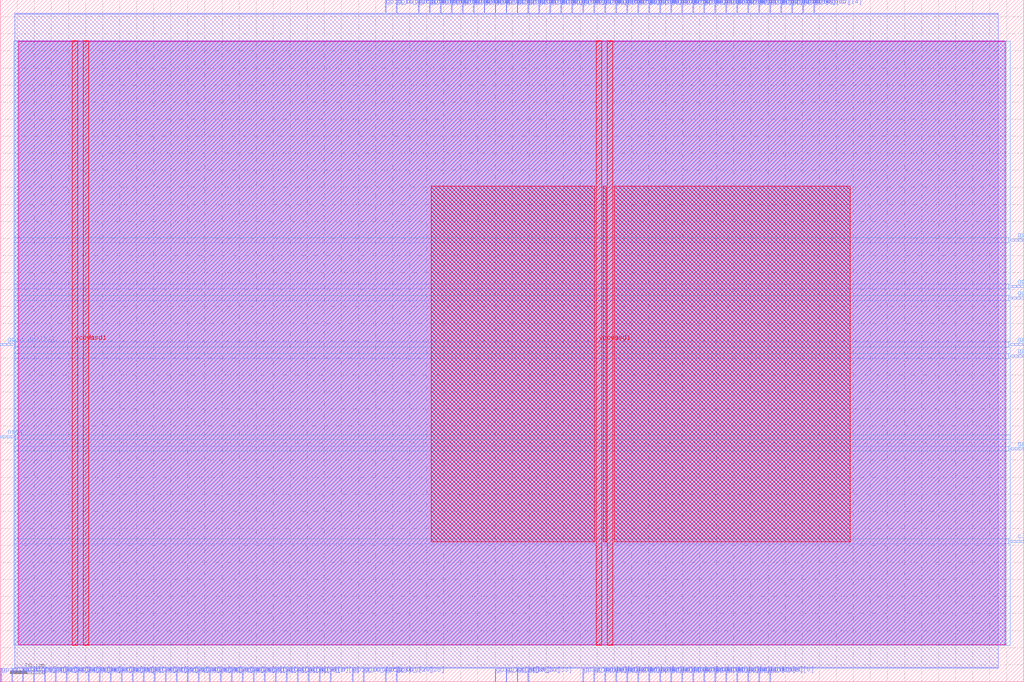
<source format=lef>
VERSION 5.7 ;
  NOWIREEXTENSIONATPIN ON ;
  DIVIDERCHAR "/" ;
  BUSBITCHARS "[]" ;
MACRO team_11
  CLASS BLOCK ;
  FOREIGN team_11 ;
  ORIGIN 0.000 0.000 ;
  SIZE 300.000 BY 200.000 ;
  PIN clk
    DIRECTION INPUT ;
    USE SIGNAL ;
    ANTENNAGATEAREA 0.852000 ;
    ANTENNADIFFAREA 0.434700 ;
    PORT
      LAYER met3 ;
        RECT 296.000 40.840 300.000 41.440 ;
    END
  END clk
  PIN en
    DIRECTION INPUT ;
    USE SIGNAL ;
    ANTENNAGATEAREA 0.196500 ;
    ANTENNADIFFAREA 0.434700 ;
    PORT
      LAYER met2 ;
        RECT 96.690 0.000 96.970 4.000 ;
    END
  END en
  PIN gpio_in[0]
    DIRECTION INPUT ;
    USE SIGNAL ;
    PORT
      LAYER met2 ;
        RECT 0.090 0.000 0.370 4.000 ;
    END
  END gpio_in[0]
  PIN gpio_in[10]
    DIRECTION INPUT ;
    USE SIGNAL ;
    PORT
      LAYER met2 ;
        RECT 3.310 0.000 3.590 4.000 ;
    END
  END gpio_in[10]
  PIN gpio_in[11]
    DIRECTION INPUT ;
    USE SIGNAL ;
    PORT
      LAYER met2 ;
        RECT 6.530 0.000 6.810 4.000 ;
    END
  END gpio_in[11]
  PIN gpio_in[12]
    DIRECTION INPUT ;
    USE SIGNAL ;
    PORT
      LAYER met2 ;
        RECT 9.750 0.000 10.030 4.000 ;
    END
  END gpio_in[12]
  PIN gpio_in[13]
    DIRECTION INPUT ;
    USE SIGNAL ;
    PORT
      LAYER met2 ;
        RECT 12.970 0.000 13.250 4.000 ;
    END
  END gpio_in[13]
  PIN gpio_in[14]
    DIRECTION INPUT ;
    USE SIGNAL ;
    PORT
      LAYER met2 ;
        RECT 16.190 0.000 16.470 4.000 ;
    END
  END gpio_in[14]
  PIN gpio_in[15]
    DIRECTION INPUT ;
    USE SIGNAL ;
    PORT
      LAYER met2 ;
        RECT 19.410 0.000 19.690 4.000 ;
    END
  END gpio_in[15]
  PIN gpio_in[16]
    DIRECTION INPUT ;
    USE SIGNAL ;
    PORT
      LAYER met2 ;
        RECT 22.630 0.000 22.910 4.000 ;
    END
  END gpio_in[16]
  PIN gpio_in[17]
    DIRECTION INPUT ;
    USE SIGNAL ;
    PORT
      LAYER met2 ;
        RECT 25.850 0.000 26.130 4.000 ;
    END
  END gpio_in[17]
  PIN gpio_in[18]
    DIRECTION INPUT ;
    USE SIGNAL ;
    PORT
      LAYER met2 ;
        RECT 29.070 0.000 29.350 4.000 ;
    END
  END gpio_in[18]
  PIN gpio_in[19]
    DIRECTION INPUT ;
    USE SIGNAL ;
    PORT
      LAYER met2 ;
        RECT 32.290 0.000 32.570 4.000 ;
    END
  END gpio_in[19]
  PIN gpio_in[1]
    DIRECTION INPUT ;
    USE SIGNAL ;
    PORT
      LAYER met2 ;
        RECT 35.510 0.000 35.790 4.000 ;
    END
  END gpio_in[1]
  PIN gpio_in[20]
    DIRECTION INPUT ;
    USE SIGNAL ;
    PORT
      LAYER met2 ;
        RECT 38.730 0.000 39.010 4.000 ;
    END
  END gpio_in[20]
  PIN gpio_in[21]
    DIRECTION INPUT ;
    USE SIGNAL ;
    PORT
      LAYER met2 ;
        RECT 41.950 0.000 42.230 4.000 ;
    END
  END gpio_in[21]
  PIN gpio_in[22]
    DIRECTION INPUT ;
    USE SIGNAL ;
    PORT
      LAYER met2 ;
        RECT 45.170 0.000 45.450 4.000 ;
    END
  END gpio_in[22]
  PIN gpio_in[23]
    DIRECTION INPUT ;
    USE SIGNAL ;
    PORT
      LAYER met2 ;
        RECT 48.390 0.000 48.670 4.000 ;
    END
  END gpio_in[23]
  PIN gpio_in[24]
    DIRECTION INPUT ;
    USE SIGNAL ;
    PORT
      LAYER met2 ;
        RECT 51.610 0.000 51.890 4.000 ;
    END
  END gpio_in[24]
  PIN gpio_in[25]
    DIRECTION INPUT ;
    USE SIGNAL ;
    PORT
      LAYER met2 ;
        RECT 54.830 0.000 55.110 4.000 ;
    END
  END gpio_in[25]
  PIN gpio_in[26]
    DIRECTION INPUT ;
    USE SIGNAL ;
    PORT
      LAYER met2 ;
        RECT 58.050 0.000 58.330 4.000 ;
    END
  END gpio_in[26]
  PIN gpio_in[27]
    DIRECTION INPUT ;
    USE SIGNAL ;
    PORT
      LAYER met2 ;
        RECT 61.270 0.000 61.550 4.000 ;
    END
  END gpio_in[27]
  PIN gpio_in[28]
    DIRECTION INPUT ;
    USE SIGNAL ;
    PORT
      LAYER met2 ;
        RECT 64.490 0.000 64.770 4.000 ;
    END
  END gpio_in[28]
  PIN gpio_in[29]
    DIRECTION INPUT ;
    USE SIGNAL ;
    PORT
      LAYER met2 ;
        RECT 67.710 0.000 67.990 4.000 ;
    END
  END gpio_in[29]
  PIN gpio_in[2]
    DIRECTION INPUT ;
    USE SIGNAL ;
    PORT
      LAYER met2 ;
        RECT 70.930 0.000 71.210 4.000 ;
    END
  END gpio_in[2]
  PIN gpio_in[30]
    DIRECTION INPUT ;
    USE SIGNAL ;
    ANTENNAGATEAREA 0.196500 ;
    ANTENNADIFFAREA 0.434700 ;
    PORT
      LAYER met2 ;
        RECT 148.210 0.000 148.490 4.000 ;
    END
  END gpio_in[30]
  PIN gpio_in[31]
    DIRECTION INPUT ;
    USE SIGNAL ;
    ANTENNAGATEAREA 0.196500 ;
    ANTENNADIFFAREA 0.434700 ;
    PORT
      LAYER met2 ;
        RECT 144.990 0.000 145.270 4.000 ;
    END
  END gpio_in[31]
  PIN gpio_in[32]
    DIRECTION INPUT ;
    USE SIGNAL ;
    ANTENNAGATEAREA 0.196500 ;
    ANTENNADIFFAREA 0.434700 ;
    PORT
      LAYER met2 ;
        RECT 151.430 0.000 151.710 4.000 ;
    END
  END gpio_in[32]
  PIN gpio_in[33]
    DIRECTION INPUT ;
    USE SIGNAL ;
    ANTENNAGATEAREA 0.196500 ;
    ANTENNADIFFAREA 0.434700 ;
    PORT
      LAYER met2 ;
        RECT 154.650 0.000 154.930 4.000 ;
    END
  END gpio_in[33]
  PIN gpio_in[3]
    DIRECTION INPUT ;
    USE SIGNAL ;
    PORT
      LAYER met2 ;
        RECT 74.150 0.000 74.430 4.000 ;
    END
  END gpio_in[3]
  PIN gpio_in[4]
    DIRECTION INPUT ;
    USE SIGNAL ;
    PORT
      LAYER met2 ;
        RECT 77.370 0.000 77.650 4.000 ;
    END
  END gpio_in[4]
  PIN gpio_in[5]
    DIRECTION INPUT ;
    USE SIGNAL ;
    PORT
      LAYER met2 ;
        RECT 80.590 0.000 80.870 4.000 ;
    END
  END gpio_in[5]
  PIN gpio_in[6]
    DIRECTION INPUT ;
    USE SIGNAL ;
    PORT
      LAYER met2 ;
        RECT 83.810 0.000 84.090 4.000 ;
    END
  END gpio_in[6]
  PIN gpio_in[7]
    DIRECTION INPUT ;
    USE SIGNAL ;
    PORT
      LAYER met2 ;
        RECT 87.030 0.000 87.310 4.000 ;
    END
  END gpio_in[7]
  PIN gpio_in[8]
    DIRECTION INPUT ;
    USE SIGNAL ;
    PORT
      LAYER met2 ;
        RECT 90.250 0.000 90.530 4.000 ;
    END
  END gpio_in[8]
  PIN gpio_in[9]
    DIRECTION INPUT ;
    USE SIGNAL ;
    PORT
      LAYER met2 ;
        RECT 93.470 0.000 93.750 4.000 ;
    END
  END gpio_in[9]
  PIN gpio_oeb[0]
    DIRECTION OUTPUT ;
    USE SIGNAL ;
    ANTENNADIFFAREA 0.445500 ;
    PORT
      LAYER met2 ;
        RECT 225.490 0.000 225.770 4.000 ;
    END
  END gpio_oeb[0]
  PIN gpio_oeb[10]
    DIRECTION OUTPUT ;
    USE SIGNAL ;
    ANTENNADIFFAREA 0.445500 ;
    PORT
      LAYER met2 ;
        RECT 219.050 0.000 219.330 4.000 ;
    END
  END gpio_oeb[10]
  PIN gpio_oeb[11]
    DIRECTION OUTPUT ;
    USE SIGNAL ;
    ANTENNADIFFAREA 0.445500 ;
    PORT
      LAYER met2 ;
        RECT 215.830 0.000 216.110 4.000 ;
    END
  END gpio_oeb[11]
  PIN gpio_oeb[12]
    DIRECTION OUTPUT ;
    USE SIGNAL ;
    ANTENNADIFFAREA 0.445500 ;
    PORT
      LAYER met2 ;
        RECT 193.290 0.000 193.570 4.000 ;
    END
  END gpio_oeb[12]
  PIN gpio_oeb[13]
    DIRECTION OUTPUT ;
    USE SIGNAL ;
    ANTENNADIFFAREA 0.445500 ;
    PORT
      LAYER met2 ;
        RECT 202.950 0.000 203.230 4.000 ;
    END
  END gpio_oeb[13]
  PIN gpio_oeb[14]
    DIRECTION OUTPUT ;
    USE SIGNAL ;
    ANTENNADIFFAREA 0.445500 ;
    PORT
      LAYER met2 ;
        RECT 238.370 196.000 238.650 200.000 ;
    END
  END gpio_oeb[14]
  PIN gpio_oeb[15]
    DIRECTION OUTPUT ;
    USE SIGNAL ;
    ANTENNADIFFAREA 0.445500 ;
    PORT
      LAYER met2 ;
        RECT 122.450 196.000 122.730 200.000 ;
    END
  END gpio_oeb[15]
  PIN gpio_oeb[16]
    DIRECTION OUTPUT ;
    USE SIGNAL ;
    ANTENNADIFFAREA 0.445500 ;
    PORT
      LAYER met2 ;
        RECT 173.970 196.000 174.250 200.000 ;
    END
  END gpio_oeb[16]
  PIN gpio_oeb[17]
    DIRECTION OUTPUT ;
    USE SIGNAL ;
    ANTENNADIFFAREA 0.445500 ;
    PORT
      LAYER met2 ;
        RECT 235.150 196.000 235.430 200.000 ;
    END
  END gpio_oeb[17]
  PIN gpio_oeb[18]
    DIRECTION OUTPUT ;
    USE SIGNAL ;
    ANTENNADIFFAREA 0.445500 ;
    PORT
      LAYER met2 ;
        RECT 161.090 196.000 161.370 200.000 ;
    END
  END gpio_oeb[18]
  PIN gpio_oeb[19]
    DIRECTION OUTPUT ;
    USE SIGNAL ;
    ANTENNADIFFAREA 0.445500 ;
    PORT
      LAYER met2 ;
        RECT 202.950 196.000 203.230 200.000 ;
    END
  END gpio_oeb[19]
  PIN gpio_oeb[1]
    DIRECTION OUTPUT ;
    USE SIGNAL ;
    ANTENNADIFFAREA 0.445500 ;
    PORT
      LAYER met2 ;
        RECT 206.170 0.000 206.450 4.000 ;
    END
  END gpio_oeb[1]
  PIN gpio_oeb[20]
    DIRECTION OUTPUT ;
    USE SIGNAL ;
    ANTENNADIFFAREA 0.445500 ;
    PORT
      LAYER met2 ;
        RECT 183.630 196.000 183.910 200.000 ;
    END
  END gpio_oeb[20]
  PIN gpio_oeb[21]
    DIRECTION OUTPUT ;
    USE SIGNAL ;
    ANTENNADIFFAREA 0.445500 ;
    PORT
      LAYER met2 ;
        RECT 144.990 196.000 145.270 200.000 ;
    END
  END gpio_oeb[21]
  PIN gpio_oeb[22]
    DIRECTION OUTPUT ;
    USE SIGNAL ;
    ANTENNADIFFAREA 0.445500 ;
    PORT
      LAYER met2 ;
        RECT 138.550 196.000 138.830 200.000 ;
    END
  END gpio_oeb[22]
  PIN gpio_oeb[23]
    DIRECTION OUTPUT ;
    USE SIGNAL ;
    ANTENNADIFFAREA 0.445500 ;
    PORT
      LAYER met2 ;
        RECT 125.670 196.000 125.950 200.000 ;
    END
  END gpio_oeb[23]
  PIN gpio_oeb[24]
    DIRECTION OUTPUT ;
    USE SIGNAL ;
    ANTENNADIFFAREA 0.445500 ;
    PORT
      LAYER met2 ;
        RECT 206.170 196.000 206.450 200.000 ;
    END
  END gpio_oeb[24]
  PIN gpio_oeb[25]
    DIRECTION OUTPUT ;
    USE SIGNAL ;
    ANTENNADIFFAREA 0.445500 ;
    PORT
      LAYER met2 ;
        RECT 193.290 196.000 193.570 200.000 ;
    END
  END gpio_oeb[25]
  PIN gpio_oeb[26]
    DIRECTION OUTPUT ;
    USE SIGNAL ;
    ANTENNADIFFAREA 0.445500 ;
    PORT
      LAYER met2 ;
        RECT 177.190 196.000 177.470 200.000 ;
    END
  END gpio_oeb[26]
  PIN gpio_oeb[27]
    DIRECTION OUTPUT ;
    USE SIGNAL ;
    ANTENNADIFFAREA 0.445500 ;
    PORT
      LAYER met2 ;
        RECT 190.070 196.000 190.350 200.000 ;
    END
  END gpio_oeb[27]
  PIN gpio_oeb[28]
    DIRECTION OUTPUT ;
    USE SIGNAL ;
    ANTENNADIFFAREA 0.445500 ;
    PORT
      LAYER met2 ;
        RECT 209.390 196.000 209.670 200.000 ;
    END
  END gpio_oeb[28]
  PIN gpio_oeb[29]
    DIRECTION OUTPUT ;
    USE SIGNAL ;
    ANTENNADIFFAREA 0.445500 ;
    PORT
      LAYER met2 ;
        RECT 135.330 196.000 135.610 200.000 ;
    END
  END gpio_oeb[29]
  PIN gpio_oeb[2]
    DIRECTION OUTPUT ;
    USE SIGNAL ;
    ANTENNADIFFAREA 0.445500 ;
    PORT
      LAYER met2 ;
        RECT 186.850 0.000 187.130 4.000 ;
    END
  END gpio_oeb[2]
  PIN gpio_oeb[30]
    DIRECTION OUTPUT ;
    USE SIGNAL ;
    ANTENNADIFFAREA 0.445500 ;
    PORT
      LAYER met2 ;
        RECT 183.630 0.000 183.910 4.000 ;
    END
  END gpio_oeb[30]
  PIN gpio_oeb[31]
    DIRECTION OUTPUT ;
    USE SIGNAL ;
    ANTENNADIFFAREA 0.445500 ;
    PORT
      LAYER met2 ;
        RECT 196.510 0.000 196.790 4.000 ;
    END
  END gpio_oeb[31]
  PIN gpio_oeb[32]
    DIRECTION OUTPUT ;
    USE SIGNAL ;
    ANTENNADIFFAREA 0.445500 ;
    PORT
      LAYER met2 ;
        RECT 199.730 0.000 200.010 4.000 ;
    END
  END gpio_oeb[32]
  PIN gpio_oeb[33]
    DIRECTION OUTPUT ;
    USE SIGNAL ;
    ANTENNADIFFAREA 0.445500 ;
    PORT
      LAYER met2 ;
        RECT 177.190 0.000 177.470 4.000 ;
    END
  END gpio_oeb[33]
  PIN gpio_oeb[3]
    DIRECTION OUTPUT ;
    USE SIGNAL ;
    ANTENNADIFFAREA 0.445500 ;
    PORT
      LAYER met2 ;
        RECT 209.390 0.000 209.670 4.000 ;
    END
  END gpio_oeb[3]
  PIN gpio_oeb[4]
    DIRECTION OUTPUT ;
    USE SIGNAL ;
    ANTENNADIFFAREA 0.445500 ;
    PORT
      LAYER met2 ;
        RECT 212.610 0.000 212.890 4.000 ;
    END
  END gpio_oeb[4]
  PIN gpio_oeb[5]
    DIRECTION OUTPUT ;
    USE SIGNAL ;
    ANTENNADIFFAREA 0.445500 ;
    PORT
      LAYER met2 ;
        RECT 222.270 0.000 222.550 4.000 ;
    END
  END gpio_oeb[5]
  PIN gpio_oeb[6]
    DIRECTION OUTPUT ;
    USE SIGNAL ;
    ANTENNADIFFAREA 0.445500 ;
    PORT
      LAYER met2 ;
        RECT 190.070 0.000 190.350 4.000 ;
    END
  END gpio_oeb[6]
  PIN gpio_oeb[7]
    DIRECTION OUTPUT ;
    USE SIGNAL ;
    ANTENNADIFFAREA 0.445500 ;
    PORT
      LAYER met2 ;
        RECT 180.410 0.000 180.690 4.000 ;
    END
  END gpio_oeb[7]
  PIN gpio_oeb[8]
    DIRECTION OUTPUT ;
    USE SIGNAL ;
    ANTENNADIFFAREA 0.445500 ;
    PORT
      LAYER met2 ;
        RECT 173.970 0.000 174.250 4.000 ;
    END
  END gpio_oeb[8]
  PIN gpio_oeb[9]
    DIRECTION OUTPUT ;
    USE SIGNAL ;
    ANTENNADIFFAREA 0.445500 ;
    PORT
      LAYER met2 ;
        RECT 170.750 0.000 171.030 4.000 ;
    END
  END gpio_oeb[9]
  PIN gpio_out[0]
    DIRECTION OUTPUT ;
    USE SIGNAL ;
    ANTENNADIFFAREA 0.445500 ;
    PORT
      LAYER met2 ;
        RECT 212.610 196.000 212.890 200.000 ;
    END
  END gpio_out[0]
  PIN gpio_out[10]
    DIRECTION OUTPUT ;
    USE SIGNAL ;
    ANTENNADIFFAREA 0.445500 ;
    PORT
      LAYER met2 ;
        RECT 215.830 196.000 216.110 200.000 ;
    END
  END gpio_out[10]
  PIN gpio_out[11]
    DIRECTION OUTPUT ;
    USE SIGNAL ;
    ANTENNADIFFAREA 0.445500 ;
    PORT
      LAYER met2 ;
        RECT 167.530 196.000 167.810 200.000 ;
    END
  END gpio_out[11]
  PIN gpio_out[12]
    DIRECTION OUTPUT ;
    USE SIGNAL ;
    ANTENNADIFFAREA 0.445500 ;
    PORT
      LAYER met2 ;
        RECT 154.650 196.000 154.930 200.000 ;
    END
  END gpio_out[12]
  PIN gpio_out[13]
    DIRECTION OUTPUT ;
    USE SIGNAL ;
    ANTENNADIFFAREA 0.445500 ;
    PORT
      LAYER met2 ;
        RECT 151.430 196.000 151.710 200.000 ;
    END
  END gpio_out[13]
  PIN gpio_out[14]
    DIRECTION OUTPUT ;
    USE SIGNAL ;
    ANTENNADIFFAREA 0.445500 ;
    PORT
      LAYER met3 ;
        RECT 296.000 98.640 300.000 99.240 ;
    END
  END gpio_out[14]
  PIN gpio_out[15]
    DIRECTION OUTPUT ;
    USE SIGNAL ;
    ANTENNADIFFAREA 0.795200 ;
    PORT
      LAYER met2 ;
        RECT 112.790 196.000 113.070 200.000 ;
    END
  END gpio_out[15]
  PIN gpio_out[16]
    DIRECTION OUTPUT ;
    USE SIGNAL ;
    ANTENNADIFFAREA 0.795200 ;
    PORT
      LAYER met2 ;
        RECT 116.010 196.000 116.290 200.000 ;
    END
  END gpio_out[16]
  PIN gpio_out[17]
    DIRECTION OUTPUT ;
    USE SIGNAL ;
    ANTENNADIFFAREA 0.445500 ;
    PORT
      LAYER met3 ;
        RECT 296.000 129.240 300.000 129.840 ;
    END
  END gpio_out[17]
  PIN gpio_out[18]
    DIRECTION OUTPUT ;
    USE SIGNAL ;
    ANTENNADIFFAREA 0.445500 ;
    PORT
      LAYER met3 ;
        RECT 296.000 112.240 300.000 112.840 ;
    END
  END gpio_out[18]
  PIN gpio_out[19]
    DIRECTION OUTPUT ;
    USE SIGNAL ;
    ANTENNADIFFAREA 0.795200 ;
    PORT
      LAYER met2 ;
        RECT 141.770 196.000 142.050 200.000 ;
    END
  END gpio_out[19]
  PIN gpio_out[1]
    DIRECTION OUTPUT ;
    USE SIGNAL ;
    ANTENNADIFFAREA 0.445500 ;
    PORT
      LAYER met2 ;
        RECT 219.050 196.000 219.330 200.000 ;
    END
  END gpio_out[1]
  PIN gpio_out[20]
    DIRECTION OUTPUT ;
    USE SIGNAL ;
    ANTENNADIFFAREA 0.445500 ;
    PORT
      LAYER met3 ;
        RECT 296.000 95.240 300.000 95.840 ;
    END
  END gpio_out[20]
  PIN gpio_out[21]
    DIRECTION OUTPUT ;
    USE SIGNAL ;
    ANTENNADIFFAREA 0.445500 ;
    PORT
      LAYER met3 ;
        RECT 0.000 98.640 4.000 99.240 ;
    END
  END gpio_out[21]
  PIN gpio_out[22]
    DIRECTION OUTPUT ;
    USE SIGNAL ;
    ANTENNADIFFAREA 0.445500 ;
    PORT
      LAYER met3 ;
        RECT 296.000 115.640 300.000 116.240 ;
    END
  END gpio_out[22]
  PIN gpio_out[23]
    DIRECTION OUTPUT ;
    USE SIGNAL ;
    ANTENNADIFFAREA 0.445500 ;
    PORT
      LAYER met2 ;
        RECT 196.510 196.000 196.790 200.000 ;
    END
  END gpio_out[23]
  PIN gpio_out[24]
    DIRECTION OUTPUT ;
    USE SIGNAL ;
    ANTENNADIFFAREA 0.795200 ;
    PORT
      LAYER met2 ;
        RECT 132.110 196.000 132.390 200.000 ;
    END
  END gpio_out[24]
  PIN gpio_out[25]
    DIRECTION OUTPUT ;
    USE SIGNAL ;
    ANTENNADIFFAREA 0.445500 ;
    PORT
      LAYER met3 ;
        RECT 296.000 68.040 300.000 68.640 ;
    END
  END gpio_out[25]
  PIN gpio_out[26]
    DIRECTION OUTPUT ;
    USE SIGNAL ;
    ANTENNADIFFAREA 0.445500 ;
    PORT
      LAYER met2 ;
        RECT 103.130 0.000 103.410 4.000 ;
    END
  END gpio_out[26]
  PIN gpio_out[27]
    DIRECTION OUTPUT ;
    USE SIGNAL ;
    ANTENNADIFFAREA 0.445500 ;
    PORT
      LAYER met2 ;
        RECT 106.350 0.000 106.630 4.000 ;
    END
  END gpio_out[27]
  PIN gpio_out[28]
    DIRECTION OUTPUT ;
    USE SIGNAL ;
    ANTENNADIFFAREA 0.445500 ;
    PORT
      LAYER met2 ;
        RECT 116.010 0.000 116.290 4.000 ;
    END
  END gpio_out[28]
  PIN gpio_out[29]
    DIRECTION OUTPUT ;
    USE SIGNAL ;
    ANTENNADIFFAREA 0.445500 ;
    PORT
      LAYER met2 ;
        RECT 112.790 0.000 113.070 4.000 ;
    END
  END gpio_out[29]
  PIN gpio_out[2]
    DIRECTION OUTPUT ;
    USE SIGNAL ;
    ANTENNADIFFAREA 0.445500 ;
    PORT
      LAYER met2 ;
        RECT 222.270 196.000 222.550 200.000 ;
    END
  END gpio_out[2]
  PIN gpio_out[30]
    DIRECTION OUTPUT ;
    USE SIGNAL ;
    ANTENNADIFFAREA 0.445500 ;
    PORT
      LAYER met2 ;
        RECT 148.210 196.000 148.490 200.000 ;
    END
  END gpio_out[30]
  PIN gpio_out[31]
    DIRECTION OUTPUT ;
    USE SIGNAL ;
    ANTENNADIFFAREA 0.445500 ;
    PORT
      LAYER met2 ;
        RECT 225.490 196.000 225.770 200.000 ;
    END
  END gpio_out[31]
  PIN gpio_out[32]
    DIRECTION OUTPUT ;
    USE SIGNAL ;
    ANTENNADIFFAREA 0.445500 ;
    PORT
      LAYER met2 ;
        RECT 128.890 196.000 129.170 200.000 ;
    END
  END gpio_out[32]
  PIN gpio_out[33]
    DIRECTION OUTPUT ;
    USE SIGNAL ;
    ANTENNADIFFAREA 0.445500 ;
    PORT
      LAYER met2 ;
        RECT 228.710 196.000 228.990 200.000 ;
    END
  END gpio_out[33]
  PIN gpio_out[3]
    DIRECTION OUTPUT ;
    USE SIGNAL ;
    ANTENNADIFFAREA 0.445500 ;
    PORT
      LAYER met2 ;
        RECT 180.410 196.000 180.690 200.000 ;
    END
  END gpio_out[3]
  PIN gpio_out[4]
    DIRECTION OUTPUT ;
    USE SIGNAL ;
    ANTENNADIFFAREA 0.445500 ;
    PORT
      LAYER met2 ;
        RECT 199.730 196.000 200.010 200.000 ;
    END
  END gpio_out[4]
  PIN gpio_out[5]
    DIRECTION OUTPUT ;
    USE SIGNAL ;
    ANTENNADIFFAREA 0.445500 ;
    PORT
      LAYER met2 ;
        RECT 164.310 196.000 164.590 200.000 ;
    END
  END gpio_out[5]
  PIN gpio_out[6]
    DIRECTION OUTPUT ;
    USE SIGNAL ;
    ANTENNADIFFAREA 0.445500 ;
    PORT
      LAYER met2 ;
        RECT 170.750 196.000 171.030 200.000 ;
    END
  END gpio_out[6]
  PIN gpio_out[7]
    DIRECTION OUTPUT ;
    USE SIGNAL ;
    ANTENNADIFFAREA 0.445500 ;
    PORT
      LAYER met2 ;
        RECT 157.870 196.000 158.150 200.000 ;
    END
  END gpio_out[7]
  PIN gpio_out[8]
    DIRECTION OUTPUT ;
    USE SIGNAL ;
    ANTENNADIFFAREA 0.445500 ;
    PORT
      LAYER met2 ;
        RECT 231.930 196.000 232.210 200.000 ;
    END
  END gpio_out[8]
  PIN gpio_out[9]
    DIRECTION OUTPUT ;
    USE SIGNAL ;
    ANTENNADIFFAREA 0.445500 ;
    PORT
      LAYER met2 ;
        RECT 186.850 196.000 187.130 200.000 ;
    END
  END gpio_out[9]
  PIN nrst
    DIRECTION INPUT ;
    USE SIGNAL ;
    ANTENNAGATEAREA 0.196500 ;
    ANTENNADIFFAREA 0.434700 ;
    PORT
      LAYER met3 ;
        RECT 0.000 71.440 4.000 72.040 ;
    END
  END nrst
  PIN vccd1
    DIRECTION INOUT ;
    USE POWER ;
    PORT
      LAYER met4 ;
        RECT 21.040 10.640 22.640 187.920 ;
    END
    PORT
      LAYER met4 ;
        RECT 174.640 10.640 176.240 187.920 ;
    END
  END vccd1
  PIN vssd1
    DIRECTION INOUT ;
    USE GROUND ;
    PORT
      LAYER met4 ;
        RECT 24.340 10.640 25.940 187.920 ;
    END
    PORT
      LAYER met4 ;
        RECT 177.940 10.640 179.540 187.920 ;
    END
  END vssd1
  OBS
      LAYER nwell ;
        RECT 5.330 10.795 294.590 187.870 ;
      LAYER li1 ;
        RECT 5.520 10.795 294.400 187.765 ;
      LAYER met1 ;
        RECT 4.210 10.640 294.400 187.920 ;
      LAYER met2 ;
        RECT 4.230 195.720 112.510 196.000 ;
        RECT 113.350 195.720 115.730 196.000 ;
        RECT 116.570 195.720 122.170 196.000 ;
        RECT 123.010 195.720 125.390 196.000 ;
        RECT 126.230 195.720 128.610 196.000 ;
        RECT 129.450 195.720 131.830 196.000 ;
        RECT 132.670 195.720 135.050 196.000 ;
        RECT 135.890 195.720 138.270 196.000 ;
        RECT 139.110 195.720 141.490 196.000 ;
        RECT 142.330 195.720 144.710 196.000 ;
        RECT 145.550 195.720 147.930 196.000 ;
        RECT 148.770 195.720 151.150 196.000 ;
        RECT 151.990 195.720 154.370 196.000 ;
        RECT 155.210 195.720 157.590 196.000 ;
        RECT 158.430 195.720 160.810 196.000 ;
        RECT 161.650 195.720 164.030 196.000 ;
        RECT 164.870 195.720 167.250 196.000 ;
        RECT 168.090 195.720 170.470 196.000 ;
        RECT 171.310 195.720 173.690 196.000 ;
        RECT 174.530 195.720 176.910 196.000 ;
        RECT 177.750 195.720 180.130 196.000 ;
        RECT 180.970 195.720 183.350 196.000 ;
        RECT 184.190 195.720 186.570 196.000 ;
        RECT 187.410 195.720 189.790 196.000 ;
        RECT 190.630 195.720 193.010 196.000 ;
        RECT 193.850 195.720 196.230 196.000 ;
        RECT 197.070 195.720 199.450 196.000 ;
        RECT 200.290 195.720 202.670 196.000 ;
        RECT 203.510 195.720 205.890 196.000 ;
        RECT 206.730 195.720 209.110 196.000 ;
        RECT 209.950 195.720 212.330 196.000 ;
        RECT 213.170 195.720 215.550 196.000 ;
        RECT 216.390 195.720 218.770 196.000 ;
        RECT 219.610 195.720 221.990 196.000 ;
        RECT 222.830 195.720 225.210 196.000 ;
        RECT 226.050 195.720 228.430 196.000 ;
        RECT 229.270 195.720 231.650 196.000 ;
        RECT 232.490 195.720 234.870 196.000 ;
        RECT 235.710 195.720 238.090 196.000 ;
        RECT 238.930 195.720 292.470 196.000 ;
        RECT 4.230 4.280 292.470 195.720 ;
        RECT 4.230 4.000 6.250 4.280 ;
        RECT 7.090 4.000 9.470 4.280 ;
        RECT 10.310 4.000 12.690 4.280 ;
        RECT 13.530 4.000 15.910 4.280 ;
        RECT 16.750 4.000 19.130 4.280 ;
        RECT 19.970 4.000 22.350 4.280 ;
        RECT 23.190 4.000 25.570 4.280 ;
        RECT 26.410 4.000 28.790 4.280 ;
        RECT 29.630 4.000 32.010 4.280 ;
        RECT 32.850 4.000 35.230 4.280 ;
        RECT 36.070 4.000 38.450 4.280 ;
        RECT 39.290 4.000 41.670 4.280 ;
        RECT 42.510 4.000 44.890 4.280 ;
        RECT 45.730 4.000 48.110 4.280 ;
        RECT 48.950 4.000 51.330 4.280 ;
        RECT 52.170 4.000 54.550 4.280 ;
        RECT 55.390 4.000 57.770 4.280 ;
        RECT 58.610 4.000 60.990 4.280 ;
        RECT 61.830 4.000 64.210 4.280 ;
        RECT 65.050 4.000 67.430 4.280 ;
        RECT 68.270 4.000 70.650 4.280 ;
        RECT 71.490 4.000 73.870 4.280 ;
        RECT 74.710 4.000 77.090 4.280 ;
        RECT 77.930 4.000 80.310 4.280 ;
        RECT 81.150 4.000 83.530 4.280 ;
        RECT 84.370 4.000 86.750 4.280 ;
        RECT 87.590 4.000 89.970 4.280 ;
        RECT 90.810 4.000 93.190 4.280 ;
        RECT 94.030 4.000 96.410 4.280 ;
        RECT 97.250 4.000 102.850 4.280 ;
        RECT 103.690 4.000 106.070 4.280 ;
        RECT 106.910 4.000 112.510 4.280 ;
        RECT 113.350 4.000 115.730 4.280 ;
        RECT 116.570 4.000 144.710 4.280 ;
        RECT 145.550 4.000 147.930 4.280 ;
        RECT 148.770 4.000 151.150 4.280 ;
        RECT 151.990 4.000 154.370 4.280 ;
        RECT 155.210 4.000 170.470 4.280 ;
        RECT 171.310 4.000 173.690 4.280 ;
        RECT 174.530 4.000 176.910 4.280 ;
        RECT 177.750 4.000 180.130 4.280 ;
        RECT 180.970 4.000 183.350 4.280 ;
        RECT 184.190 4.000 186.570 4.280 ;
        RECT 187.410 4.000 189.790 4.280 ;
        RECT 190.630 4.000 193.010 4.280 ;
        RECT 193.850 4.000 196.230 4.280 ;
        RECT 197.070 4.000 199.450 4.280 ;
        RECT 200.290 4.000 202.670 4.280 ;
        RECT 203.510 4.000 205.890 4.280 ;
        RECT 206.730 4.000 209.110 4.280 ;
        RECT 209.950 4.000 212.330 4.280 ;
        RECT 213.170 4.000 215.550 4.280 ;
        RECT 216.390 4.000 218.770 4.280 ;
        RECT 219.610 4.000 221.990 4.280 ;
        RECT 222.830 4.000 225.210 4.280 ;
        RECT 226.050 4.000 292.470 4.280 ;
      LAYER met3 ;
        RECT 3.990 130.240 296.000 187.845 ;
        RECT 3.990 128.840 295.600 130.240 ;
        RECT 3.990 116.640 296.000 128.840 ;
        RECT 3.990 115.240 295.600 116.640 ;
        RECT 3.990 113.240 296.000 115.240 ;
        RECT 3.990 111.840 295.600 113.240 ;
        RECT 3.990 99.640 296.000 111.840 ;
        RECT 4.400 98.240 295.600 99.640 ;
        RECT 3.990 96.240 296.000 98.240 ;
        RECT 3.990 94.840 295.600 96.240 ;
        RECT 3.990 72.440 296.000 94.840 ;
        RECT 4.400 71.040 296.000 72.440 ;
        RECT 3.990 69.040 296.000 71.040 ;
        RECT 3.990 67.640 295.600 69.040 ;
        RECT 3.990 41.840 296.000 67.640 ;
        RECT 3.990 40.440 295.600 41.840 ;
        RECT 3.990 10.715 296.000 40.440 ;
      LAYER met4 ;
        RECT 126.335 40.975 174.240 145.345 ;
        RECT 176.640 40.975 177.540 145.345 ;
        RECT 179.940 40.975 249.025 145.345 ;
  END
END team_11
END LIBRARY


</source>
